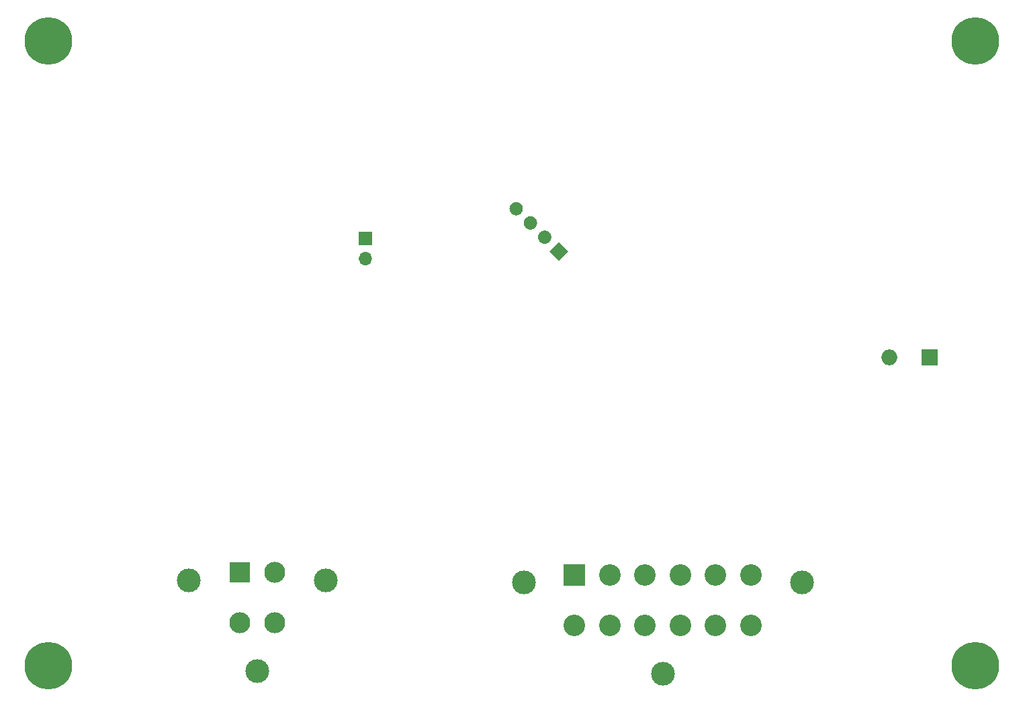
<source format=gbr>
%TF.GenerationSoftware,KiCad,Pcbnew,(5.1.9-0-10_14)*%
%TF.CreationDate,2021-06-28T10:44:47+08:00*%
%TF.ProjectId,pdm,70646d2e-6b69-4636-9164-5f7063625858,rev?*%
%TF.SameCoordinates,Original*%
%TF.FileFunction,Soldermask,Bot*%
%TF.FilePolarity,Negative*%
%FSLAX46Y46*%
G04 Gerber Fmt 4.6, Leading zero omitted, Abs format (unit mm)*
G04 Created by KiCad (PCBNEW (5.1.9-0-10_14)) date 2021-06-28 10:44:47*
%MOMM*%
%LPD*%
G01*
G04 APERTURE LIST*
%ADD10O,2.000000X2.000000*%
%ADD11R,2.000000X2.000000*%
%ADD12O,1.700000X1.700000*%
%ADD13R,1.700000X1.700000*%
%ADD14C,0.100000*%
%ADD15R,2.715000X2.715000*%
%ADD16C,2.715000*%
%ADD17C,2.990000*%
%ADD18C,6.000000*%
%ADD19C,0.800000*%
%ADD20C,2.640000*%
%ADD21R,2.640000X2.640000*%
G04 APERTURE END LIST*
D10*
%TO.C,D6*%
X216662000Y-94742000D03*
D11*
X221742000Y-94742000D03*
%TD*%
D12*
%TO.C,J3*%
X150622000Y-82296000D03*
D13*
X150622000Y-79756000D03*
%TD*%
%TO.C,J2*%
G36*
G01*
X170211410Y-75442692D02*
X170211410Y-75442692D01*
G75*
G02*
X170211410Y-76644774I-601041J-601041D01*
G01*
X170211410Y-76644774D01*
G75*
G02*
X169009328Y-76644774I-601041J601041D01*
G01*
X169009328Y-76644774D01*
G75*
G02*
X169009328Y-75442692I601041J601041D01*
G01*
X169009328Y-75442692D01*
G75*
G02*
X170211410Y-75442692I601041J-601041D01*
G01*
G37*
G36*
G01*
X172007462Y-77238744D02*
X172007462Y-77238744D01*
G75*
G02*
X172007462Y-78440826I-601041J-601041D01*
G01*
X172007462Y-78440826D01*
G75*
G02*
X170805380Y-78440826I-601041J601041D01*
G01*
X170805380Y-78440826D01*
G75*
G02*
X170805380Y-77238744I601041J601041D01*
G01*
X170805380Y-77238744D01*
G75*
G02*
X172007462Y-77238744I601041J-601041D01*
G01*
G37*
G36*
G01*
X173803513Y-79034795D02*
X173803513Y-79034795D01*
G75*
G02*
X173803513Y-80236877I-601041J-601041D01*
G01*
X173803513Y-80236877D01*
G75*
G02*
X172601431Y-80236877I-601041J601041D01*
G01*
X172601431Y-80236877D01*
G75*
G02*
X172601431Y-79034795I601041J601041D01*
G01*
X172601431Y-79034795D01*
G75*
G02*
X173803513Y-79034795I601041J-601041D01*
G01*
G37*
D14*
G36*
X174998523Y-80229805D02*
G01*
X176200605Y-81431887D01*
X174998523Y-82633969D01*
X173796441Y-81431887D01*
X174998523Y-80229805D01*
G37*
%TD*%
D15*
%TO.C,J4*%
X176972000Y-122174000D03*
D16*
X181417000Y-122174000D03*
X185862000Y-122174000D03*
X190312000Y-122174000D03*
X194757000Y-122174000D03*
X199202000Y-122174000D03*
X199202000Y-128524000D03*
X194757000Y-128524000D03*
D17*
X170547000Y-123184000D03*
X205627000Y-123184000D03*
X188087000Y-134624000D03*
D16*
X190312000Y-128524000D03*
X185862000Y-128524000D03*
X181417000Y-128524000D03*
X176972000Y-128524000D03*
%TD*%
D18*
%TO.C,H4*%
X227457000Y-133604000D03*
D19*
X229707000Y-133604000D03*
X229047990Y-135194990D03*
X227457000Y-135854000D03*
X225866010Y-135194990D03*
X225207000Y-133604000D03*
X225866010Y-132013010D03*
X227457000Y-131354000D03*
X229047990Y-132013010D03*
%TD*%
D18*
%TO.C,H3*%
X227457000Y-54864000D03*
D19*
X229707000Y-54864000D03*
X229047990Y-56454990D03*
X227457000Y-57114000D03*
X225866010Y-56454990D03*
X225207000Y-54864000D03*
X225866010Y-53273010D03*
X227457000Y-52614000D03*
X229047990Y-53273010D03*
%TD*%
D18*
%TO.C,H2*%
X110617000Y-133604000D03*
D19*
X112867000Y-133604000D03*
X112207990Y-135194990D03*
X110617000Y-135854000D03*
X109026010Y-135194990D03*
X108367000Y-133604000D03*
X109026010Y-132013010D03*
X110617000Y-131354000D03*
X112207990Y-132013010D03*
%TD*%
D18*
%TO.C,H1*%
X110617000Y-54864000D03*
D19*
X112867000Y-54864000D03*
X112207990Y-56454990D03*
X110617000Y-57114000D03*
X109026010Y-56454990D03*
X108367000Y-54864000D03*
X109026010Y-53273010D03*
X110617000Y-52614000D03*
X112207990Y-53273010D03*
%TD*%
D17*
%TO.C,J1*%
X136967000Y-134324000D03*
X128317000Y-122894000D03*
X145617000Y-122894000D03*
D20*
X134742000Y-128224000D03*
X139192000Y-128224000D03*
D21*
X134742000Y-121874000D03*
D20*
X139192000Y-121874000D03*
%TD*%
M02*

</source>
